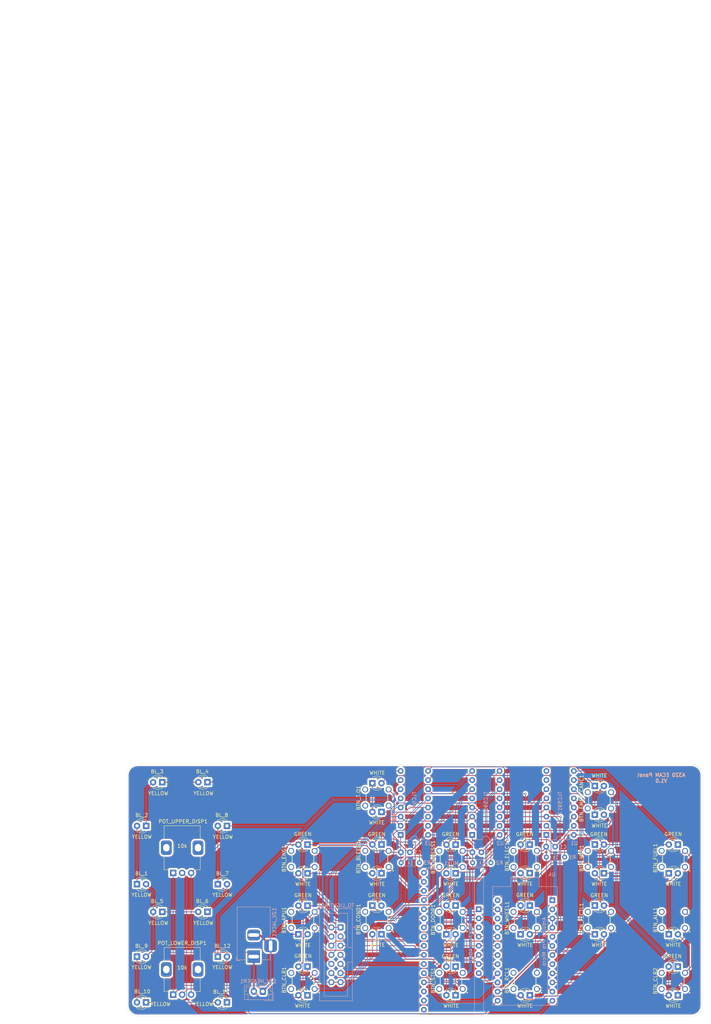
<source format=kicad_pcb>
(kicad_pcb (version 20240108) (generator "pcbnew") (generator_version "8.0")
  (title_block (title "A320 ECAM Panel") (date "2024-11-19") (rev "V1.0") (company "S.K.") (comment 1 "Connector to SWITCHING panel"))
  (layers (0 "F.Cu" jumper) (31 "B.Cu" jumper) (34 "B.Paste" user) (35 "F.Paste" user) (36 "B.SilkS" user "B.Silkscreen") (37 "F.SilkS" user "F.Silkscreen") (38 "B.Mask" user) (39 "F.Mask" user) (44 "Edge.Cuts" user))
  (net 0 "")
  (net 1 "GND")
  (net 2 "12V_IN")
  (net 3 "+5V")
  (net 4 "APU_ON")
  (net 5 "BLEED_ON")
  (net 6 "Net-(BL_1-K)")
  (net 7 "Net-(BL_2-K)")
  (net 8 "Net-(BL_3-K)")
  (net 9 "Net-(BL_11-K)")
  (net 10 "BACKLIGHT_6")
  (net 11 "BACKLIGHT_7")
  (net 12 "BACKLIGHT_8")
  (net 13 "BACKLIGHT_3")
  (net 14 "Net-(BL_ALL1-A)")
  (net 15 "Net-(BL_APU1-A)")
  (net 16 "Net-(BL_APU1-K)")
  (net 17 "BACKLIGHT_4")
  (net 18 "Net-(BL_DOOR1-K)")
  (net 19 "Net-(BL_ELEC1-A)")
  (net 20 "BACKLIGHT_1")
  (net 21 "Net-(BL_EMER_CANC1-K)")
  (net 22 "BACKLIGHT_5")
  (net 23 "Net-(BL_F_CTL1-A)")
  (net 24 "Net-(BL_T.O1-K)")
  (net 25 "BTN_ALL")
  (net 28 "BTN_APU")
  (net 33 "BTN_BLEED")
  (net 35 "BTN_CLR1")
  (net 38 "BTN_CLR2")
  (net 40 "BTN_COND")
  (net 44 "BTN_DOOR")
  (net 48 "BTN_ELEC")
  (net 50 "BTN_EMER_CANC")
  (net 53 "BTN_ENG")
  (net 55 "BTN_FUEL")
  (net 60 "BTN_F_CTL")
  (net 63 "BTN_HYD")
  (net 64 "MUX_S0")
  (net 65 "BTN_PRESS")
  (net 66 "MUX_S1")
  (net 69 "BTN_RCL")
  (net 70 "MUX_S2")
  (net 71 "MUX_S3")
  (net 72 "BTN_STS")
  (net 74 "BTN_T.O")
  (net 78 "BTN_WHEEL")
  (net 79 "CLR2_ON")
  (net 80 "COND_ON")
  (net 81 "DOOR_ON")
  (net 82 "ELEC_ON")
  (net 83 "ENG_ON")
  (net 84 "FUEL_ON")
  (net 85 "F_CTL_ON")
  (net 86 "HYD_ON")
  (net 89 "MUX2_DATA_EXT")
  (net 91 "POT_LOWER_DISP")
  (net 93 "POT_UPPER_DISP")
  (net 94 "PRESS_ON")
  (net 95 "Net-(U1-R-EXT)")
  (net 96 "Net-(U2-R-EXT)")
  (net 97 "Net-(U3-R-EXT)")
  (net 98 "STS_ON")
  (net 100 "OSH_LATCH")
  (net 101 "MUX1_DATA")
  (net 102 "OSH_DOUT_TO_ECAM")
  (net 103 "OUT_BRT_BACK")
  (net 104 "OSH_CLOCK")
  (net 105 "OSH_DOUT1")
  (net 106 "OSH_DIN")
  (net 107 "OUT_BRT_LED")
  (net 110 "OSH_DOUT2")
  (net 111 "WHEEL_ON")
  (net 112 "Net-(BL_5-K)")
  (net 113 "Net-(BL_6-K)")
  (net 114 "Net-(BL_7-K)")
  (net 115 "Net-(BL_10-A)")
  (net 116 "Net-(BL_10-K)")
  (net 119 "Net-(BL_BLEED1-A)")
  (net 120 "Net-(BL_ALL1-K)")
  (net 121 "Net-(BL_COND1-K)")
  (net 122 "Net-(BL_DOOR1-A)")
  (net 123 "Net-(BL_FUEL1-K)")
  (net 124 "Net-(BL_F_CTL1-K)")
  (net 125 "BACKLIGHT_2")
  (net 126 "Net-(BL_EMER_CANC2-K)")
  (net 127 "CLR1_ON")
  (footprint "LED_THT:LED_D3.0mm" (layer "F.Cu") (at 195.62 84.77)
    (property "Reference" "F_CTL1" (hide yes))
    (property "Value" "GREEN")
  )
  (footprint "My:B3F1000" (layer "F.Cu") (at 135.0226 71.81)
    (property "Reference" "BTN_BLEED1")
    (property "Value" "B3F-1055" (hide yes))
  )
  (footprint "LED_THT:LED_D3.0mm" (layer "F.Cu") (at 195.615 51.52)
    (property "Reference" "BL_EMER_CANC2" (hide yes))
    (property "Value" "WHITE")
  )
  (footprint "LED_THT:LED_D3.0mm" (layer "F.Cu") (at 195.625 67.8)
    (property "Reference" "HYD1" (hide yes))
    (property "Value" "GREEN")
  )
  (footprint "LED_THT:LED_D3.0mm" (layer "F.Cu") (at 154.345 92.77)
    (property "Reference" "BL_DOOR1" (hide yes))
    (property "Value" "WHITE")
  )
  (footprint "My:B3F1000" (layer "F.Cu") (at 217.4626 71.81)
    (property "Reference" "BTN_FUEL1")
    (property "Value" "B3F-1055" (hide yes))
  )
  (footprint "LED_THT:LED_D3.0mm" (layer "F.Cu") (at 136.305 58.74 180)
    (property "Reference" "BL_T.O2" (hide yes))
    (property "Value" "WHITE")
  )
  (footprint "Potentiometer_THT:Potentiometer_Alps_RK09K_Single_Vertical" (layer "F.Cu") (at 78.36 109.54 90)
    (property "Reference" "POT_LOWER_DISP1")
    (property "Value" "10k")
  )
  (footprint "LED_THT:LED_D3.0mm" (layer "F.Cu") (at 113.18 92.76)
    (property "Reference" "BL_APU1" (hide yes))
    (property "Value" "WHITE")
  )
  (footprint "LED_THT:LED_D3.0mm" (layer "F.Cu") (at 68.27 98.97)
    (property "Reference" "BL_9")
    (property "Value" "YELLOW")
  )
  (footprint "LED_THT:LED_D3.0mm" (layer "F.Cu") (at 156.89 101.73 180)
    (property "Reference" "STS1" (hide yes))
    (property "Value" "GREEN")
  )
  (footprint "LED_THT:LED_D3.0mm" (layer "F.Cu") (at 216.195 92.77)
    (property "Reference" "BL_ALL1" (hide yes))
    (property "Value" "WHITE")
  )
  (footprint "My:B3F1000" (layer "F.Cu") (at 155.6226 88.77)
    (property "Reference" "BTN_DOOR1")
    (property "Value" "B3F-1055" (hide yes))
  )
  (footprint "My:B3F1000" (layer "F.Cu") (at 176.2626 88.77)
    (property "Reference" "BTN_WHEEL1")
    (property "Value" "B3F-1055" (hide yes))
  )
  (footprint "LED_THT:LED_D3.0mm" (layer "F.Cu") (at 156.895 84.77 180)
    (property "Reference" "DOOR1" (hide yes))
    (property "Value" "GREEN")
  )
  (footprint "LED_THT:LED_D3.0mm" (layer "F.Cu") (at 70.82 111.7 180)
    (property "Reference" "BL_10")
    (property "Value" "YELLOW")
  )
  (footprint "LED_THT:LED_D3.0mm" (layer "F.Cu") (at 195.625 92.77)
    (property "Reference" "BL_F_CTL1" (hide yes))
    (property "Value" "WHITE")
  )
  (footprint "LED_THT:LED_D3.0mm" (layer "F.Cu") (at 115.725 75.81 180)
    (property "Reference" "BL_ENG1" (hide yes))
    (property "Value" "WHITE")
  )
  (footprint "LED_THT:LED_D3.0mm" (layer "F.Cu") (at 136.3 75.8 180)
    (property "Reference" "BL_BLEED1" (hide yes))
    (property "Value" "WHITE")
  )
  (footprint "LED_THT:LED_D3.0mm" (layer "F.Cu") (at 87.88 86.53 180)
    (property "Reference" "BL_6")
    (property "Value" "YELLOW")
  )
  (footprint "LED_THT:LED_D3.0mm" (layer "F.Cu") (at 156.9 67.83 180)
    (property "Reference" "PRESS1" (hide yes))
    (property "Value" "GREEN")
  )
  (footprint "My:B3F1000" (layer "F.Cu") (at 196.9 55.52)
    (property "Reference" "BTN_EMER_CANC1")
    (property "Value" "B3F-1055" (hide yes))
  )
  (footprint "LED_THT:LED_D3.0mm" (layer "F.Cu") (at 93.315 62.61 180)
    (property "Reference" "BL_8")
    (property "Value" "YELLOW")
  )
  (footprint "My:B3F1000" (layer "F.Cu") (at 217.4626 88.77)
    (property "Reference" "BTN_ALL1")
    (property "Value" "B3F-1055" (hide yes))
  )
  (footprint "LED_THT:LED_D3.0mm" (layer "F.Cu") (at 156.89 109.71 180)
    (property "Reference" "BL_STS1" (hide yes))
    (property "Value" "WHITE")
  )
  (footprint "LED_THT:LED_D3.0mm" (layer "F.Cu") (at 177.535 84.79 180)
    (property "Reference" "WHEEL1" (hide yes))
    (property "Value" "GREEN")
  )
  (footprint "LED_THT:LED_D3.0mm" (layer "F.Cu") (at 133.74 84.78)
    (property "Reference" "COND1" (hide yes))
    (property "Value" "GREEN")
  )
  (footprint "LED_THT:LED_D3.0mm" (layer "F.Cu") (at 90.77 78.83)
    (property "Reference" "BL_7")
    (property "Value" "YELLOW")
  )
  (footprint "LED_THT:LED_D3.0mm" (layer "F.Cu") (at 136.3 67.8 180)
    (property "Reference" "BLEED1" (hide yes))
    (property "Value" "GREEN")
  )
  (footprint "LED_THT:LED_D3.0mm" (layer "F.Cu") (at 174.985 92.77)
    (property "Reference" "BL_WHEEL1" (hide yes))
    (property "Value" "WHITE")
  )
  (footprint "LED_THT:LED_D3.0mm" (layer "F.Cu") (at 93.325 111.7 180)
    (property "Reference" "BL_11")
    (property "Value" "YELLOW")
  )
  (footprint "My:B3F1000" (layer "F.Cu") (at 155.6226 105.73)
    (property "Reference" "BTN_STS1")
    (property "Value" "B3F-1055" (hide yes))
  )
  (footprint "LED_THT:LED_D3.0mm" (layer "F.Cu") (at 115.73 109.73 180)
    (property "Reference" "BL_CLR1" (hide yes))
    (property "Value" "WHITE")
  )
  (footprint "My:B3F1000" (layer "F.Cu") (at 114.45 71.81)
    (property "Reference" "BTN_ENG1")
    (property "Value" "B3F-1055" (hide yes))
  )
  (footprint "My:B3F1000" (layer "F.Cu") (at 196.9 88.77)
    (property "Reference" "BTN_F_CTL1")
    (property "Value" "B3F-1055" (hide yes))
  )
  (footprint "LED_THT:LED_D3.0mm" (layer "F.Cu") (at 177.54 109.71 180)
    (property "Reference" "BL_RCL1" (hide yes))
    (property "Value" "WHITE")
  )
  (footprint "My:B3F1000" (layer "F.Cu") (at 217.4626 105.73)
    (property "Reference" "BTN_CLR2")
    (property "Value" "B3F-1055" (hide yes))
  )
  (footprint "LED_THT:LED_D3.0mm" (layer "F.Cu") (at 90.775 98.97)
    (property "Reference" "BL_12")
    (property "Value" "YELLOW")
  )
  (footprint "LED_THT:LED_D3.0mm" (layer "F.Cu") (at 218.735 67.81 180)
    (property "Reference" "FUEL1" (hide yes))
    (property "Value" "GREEN")
  )
  (footprint "My:B3F1000" (layer "F.Cu") (at 135.0226 54.7421)
    (property "Reference" "BTN_T.O1")
    (property "Value" "B3F-1055" (hide yes))
  )
  (footprint "LED_THT:LED_D3.0mm" (layer "F.Cu") (at 156.9 75.8 180)
    (property "Reference" "BL_PRESS1" (hide yes))
    (property "Value" "WHITE")
  )
  (footprint "My:B3F1000" (layer "F.Cu") (at 155.6226 71.81)
    (property "Reference" "BTN_PRESS1")
    (property "Value" "B3F-1055" (hide yes))
  )
  (footprint "LED_THT:LED_D3.0mm" (layer "F.Cu") (at 198.175 75.79 180)
    (property "Reference" "BL_HYD1" (hide yes))
    (property "Value" "WHITE")
  )
  (footprint "LED_THT:LED_D3.0mm" (layer "F.Cu") (at 216.185 75.8)
    (property "Reference" "BL_FUEL1" (hide yes))
    (property "Value" "WHITE")
  )
  (footprint "My:B3F1000" (layer "F.Cu") (at 176.2626 105.73)
    (property "Reference" "BTN_RCL1")
    (property "Value" "B3F-1055" (hide yes))
  )
  (footprint "LED_THT:LED_D3.0mm" (layer "F.Cu") (at 177.53 67.81 180)
    (property "Reference" "ELEC1" (hide yes))
    (property "Value" "GREEN")
  )
  (footprint "LED_THT:LED_D3.0mm" (layer "F.Cu") (at 195.615 59.51)
    (property "Reference" "BL_EMER_CANC1" (hide yes))
    (property "Value" "WHITE")
  )
  (footprint "LED_THT:LED_D3.0mm" (layer "F.Cu") (at 218.72 109.72 180)
    (property "Reference" "BL_CLR2" (hide yes))
    (property "Value" "WHITE")
  )
  (footprint "LED_THT:LED_D3.0mm" (layer "F.Cu") (at 115.73 84.8 180)
    (property "Reference" "APU1" (hide yes))
    (property "Value" "GREEN")
  )
  (footprint "LED_THT:LED_D3.0mm" (layer "F.Cu") (at 115.725 67.81 180)
    (property "Reference" "ENG1" (hide yes))
    (property "Value" "GREEN")
  )
  (footprint "My:B3F1000" (layer "F.Cu") (at 196.9 71.81)
    (property "Reference" "BTN_HYD1")
    (property "Value" "B3F-1055" (hide yes))
  )
  (footprint "LED_THT:LED_D3.0mm" (layer "F.Cu") (at 136.29 92.76 180)
    (property "Reference" "BL_COND1" (hide yes))
    (property "Value" "WHITE")
  )
  (footprint "LED_THT:LED_D3.0mm" (layer "F.Cu") (at 75.33 86.53 180)
    (property "Reference" "BL_5")
    (property "Value" "YELLOW")
  )
  (footprint "LED_THT:LED_D3.0mm" (layer "F.Cu") (at 177.53 75.77 180)
    (property "Reference" "BL_ELEC1" (hide yes))
    (property "Value" "WHITE")
  )
  (footprint "LED_THT:LED_D3.0mm" (layer "F.Cu") (at 87.9 50.47 180)
    (property "Reference" "BL_4")
    (property "Value" "YELLOW")
  )
  (footprint "LED_THT:LED_D3.0mm" (layer "F.Cu") (at 218.72 101.74 180)
    (property "Reference" "CLR2" (hide yes))
    (property "Value" "GREEN")
  )
  (footprint "My:B3F1000" (layer "F.Cu") (at 114.45 88.77)
    (property "Reference" "BTN_APU1")
    (property "Value" "B3F-1055" (hide yes))
  )
  (footprint "My:B3F1000" (layer "F.Cu") (at 114.45 105.73)
    (property "Reference" "BTN_CLR1")
    (property "Value" "B3F-1055" (hide yes))
  )
  (footprint "LED_THT:LED_D3.0mm" (layer "F.Cu") (at 68.275 78.82)
    (property "Reference" "BL_1")
    (property "Value" "YELLOW")
  )
  (footprint "LED_THT:LED_D3.0mm" (layer "F.Cu") (at 70.85 62.62 180)
    (property "Reference" "BL_2")
    (property "Value" "YELLOW")
  )
  (footprint "LED_THT:LED_D3.0mm" (layer "F.Cu") (at 115.73 101.72 180)
    (property "Reference" "CLR1" (hide yes))
    (property "Value" "GREEN")
  )
  (footprint "LED_THT:LED_D3.0mm" (layer "F.Cu") (at 75.32 50.49 180)
    (property "Reference" "BL_3")
    (property "Value" "YELLOW")
  )
  (footprint "Potentiometer_THT:Potentiometer_Alps_RK09K_Single_Vertical" (layer "F.Cu") (at 78.36 75.7 90)
    (property "Reference" "POT_UPPER_DISP1")
    (property "Value" "10k")
  )
  (footprint "My:B3F1000" (layer "F.Cu") (at 135.0226 88.77)
    (property "Reference" "BTN_COND1")
    (property "Value" "B3F-1055" (hide yes))
  )
  (footprint "LED_THT:LED_D3.0mm" (layer "F.Cu") (at 133.755 50.74)
    (property "Reference" "BL_T.O1" (hide yes))
    (property "Value" "WHITE")
  )
  (footprint "My:B3F1000" (layer "F.Cu") (at 176.2626 71.81)
    (property "Reference" "BTN_ELEC1")
    (property "Value" "B3F-1055" (hide yes))
  )
  (footprint "Resistor_THT:R_Axial_DIN0204_L3.6mm_D1.6mm_P5.08mm_Horizontal" (layer "B.Cu") (at 146.85 72.865 180)
    (property "Reference" "R3")
    (property "Value" "1k")
  )
  (footprint "Capacitor_THT:C_Disc_D3.0mm_W1.6mm_P2.50mm" (layer "B.Cu") (at 144.2 69.965 180)
    (property "Reference" "C3")
    (property "Value" "0.1uF Ceramic" (hide yes))
  )
  (footprint "Arduino:Sparkfun_Pro_Micro" (layer "B.Cu") (at 168.58 111.25)
    (property "Reference" "U4")
    (property "Value" "Arduino Pro Micro")
  )
  (footprint "My:MUX74HC4067" (layer "B.Cu") (at 155.1766 94.8678)
    (property "Reference" "MUX1")
    (property "Value" "MUX74HC4067")
  )
  (footprint "Package_DIP:DIP-16_W7.62mm" (layer "B.Cu") (at 161.52 65.135)
    (property "Reference" "U2")
    (property "Value" "TLC5917")
  )
  (footprint "Connector_IDC:IDC-Header_2x07_P2.54mm_Vertical" (layer "B.Cu") (at 124.9 90.84 180)
    (property "Reference" "TO_LIGHTING1")
    (property "Value" "Pin Header 2x07" (hide yes))
  )
  (footprint "Package_DIP:DIP-16_W7.62mm" (layer "B.Cu") (at 141.63 65.135)
    (property "Reference" "U3")
    (property "Value" "TLC5917")
  )
  (footprint "Capacitor_THT:C_Disc_D3.0mm_W1.6mm_P2.50mm" (layer "B.Cu") (at 184.59 68.395 180)
    (property "Reference" "C1")
    (property "Value" "0.1uF Ceramic" (hide yes))
  )
  (footprint "Connector_JST:JST_EH_B2B-EH-A_1x02_P2.50mm_Vertical" (layer "B.Cu") (at 103.29 108.63 180)
    (property "Reference" "12V_HEADER1")
    (property "Value" "Pin Header 1x02" (hide yes))
  )
  (footprint "Connector_BarrelJack:BarrelJack_Horizontal" (layer "B.Cu") (at 100.76 98.97 -90)
    (property "Reference" "12V_JACK1")
    (property "Value" "Power Jack" (hide yes))
  )
  (footprint "Resistor_THT:R_Axial_DIN0204_L3.6mm_D1.6mm_P5.08mm_Horizontal" (layer "B.Cu") (at 187.23 71.295 180)
    (property "Reference" "R1")
    (property "Value" "1k")
  )
  (footprint "Capacitor_THT:C_Disc_D3.0mm_W1.6mm_P2.50mm" (layer "B.Cu") (at 164.08 69.965 180)
    (property "Reference" "C2")
    (property "Value" "0.1uF Ceramic" (hide yes))
  )
  (footprint "Package_DIP:DIP-16_W7.62mm" (layer "B.Cu") (at 182.16 65.135)
    (property "Reference" "U1")
    (property "Value" "TLC5917")
  )
  (footprint "Resistor_THT:R_Axial_DIN0204_L3.6mm_D1.6mm_P5.08mm_Horizontal" (layer "B.Cu") (at 166.73 72.865 180)
    (property "Reference" "R2")
    (property "Value" "1k")
  )
  (gr_line (start 222.49 115.53) (end 68.49 115.53) (stroke (width 0.05)) (layer "Edge.Cuts"))
  (gr_arc (start 65.49 48.53) (mid 66.36868 46.40868) (end 68.49 45.53) (stroke (width 0.05)) (layer "Edge.Cuts"))
  (gr_arc (start 68.49 115.53) (mid 66.36868 114.65132) (end 65.49 112.53) (stroke (width 0.05)) (layer "Edge.Cuts"))
  (gr_arc (start 225.49 112.53) (mid 224.61132 114.65132) (end 222.49 115.53) (stroke (width 0.05)) (layer "Edge.Cuts"))
  (gr_line (start 65.49 112.53) (end 65.49 48.53) (stroke (width 0.05)) (layer "Edge.Cuts"))
  (gr_line (start 68.49 45.53) (end 222.49 45.53) (stroke (width 0.05)) (layer "Edge.Cuts"))
  (gr_arc (start 222.49 45.53) (mid 224.61132 46.40868) (end 225.49 48.53) (stroke (width 0.05)) (layer "Edge.Cuts"))
  (gr_line (start 225.49 48.53) (end 225.49 112.53) (stroke (width 0.05)) (layer "Edge.Cuts"))
  (gr_text "${TITLE}\n${REVISION}" (at 214.12 50.67 0) (layer "B.SilkS") (effects (font (size 1 1) (thickness 0.25)) (justify bottom mirror)))
  (segment (start 222.53 88.3374) (end 220.7126 86.52) (width 0.2) (layer "F.Cu") (net 1))
  (segment (start 198.28 88.39) (end 183.82 88.39) (width 0.2) (layer "F.Cu") (net 1))
  (segment (start 119.16 68.1) (end 132.0744 68.1) (width 0.2) (layer "F.Cu") (net 1))
  (segment (start 162.61 86.52) (end 163.33 85.8) (width 0.2) (layer "F.Cu") (net 1))
  (segment (start 158.8726 69.56) (end 161.175 69.56) (width 0.2) (layer "F.Cu") (net 1))
  (segment (start 139.85 54.0695) (end 138.2726 52.4921) (width 0.2) (layer "F.Cu") (net 1))
  (segment (start 179.5126 69.56) (end 181.17 69.56) (width 0.2) (layer "F.Cu") (net 1))
  (segment (start 103.29 108.63) (end 106.9598 104.9602) (width 0.2) (layer "F.Cu") (net 1))
  (segment (start 117.7 69.56) (end 119.16 68.1) (width 0.2) (layer "F.Cu") (net 1))
  (segment (start 183.3762 69.9262) (end 191.7189 69.9262) (width 0.2) (layer "F.Cu") (net 1))
  (segment (start 132.0744 68.1) (end 133.5344 69.56) (width 0.2) (layer "F.Cu") (net 1))
  (segment (start 177.9526 88.08) (end 179.5126 86.52) (width 0.2) (layer "F.Cu") (net 1))
  (segment (start 141.63 65.135) (end 139.85 63.355) (width 0.2) (layer "F.Cu") (net 1))
  (segment (start 182.09 68.64) (end 183.3762 69.9262) (width 0.2) (layer "F.Cu") (net 1))
  (segment (start 101.61 106.95) (end 80.95 106.95) (width 0.2) (layer "F.Cu") (net 1))
  (segment (start 106.9598 104.9602) (end 116.2198 104.9602) (width 0.2) (layer "F.Cu") (net 1))
  (segment (start 192.7027 70.91) (end 198.8 70.91) (width 0.2) (layer "F.Cu") (net 1))
  (segment (start 167.4283 85.8) (end 167.4783 85.85) (width 0.2) (layer "F.Cu") (net 1))
  (segment (start 141.7 69.965) (end 138.6776 69.965) (width 0.2) (layer "F.Cu") (net 1))
  (segment (start 103.29 108.63) (end 101.61 106.95) (width 0.2) (layer "F.Cu") (net 1))
  (segment (start 168.58 85.85) (end 170.81 88.08) (width 0.2) (layer "F.Cu") (net 1))
  (segment (start 116.2198 104.9602) (end 117.7 103.48) (width 0.2) (layer "F.Cu") (net 1))
  (segment (start 219.4226 70.85) (end 220.7126 69.56) (width 0.2) (layer "F.Cu") (net 1))
  (segment (start 139.85 63.355) (end 139.85 54.0695) (width 0.2) (layer "F.Cu") (net 1))
  (segment (start 143.395 71.24) (end 157.1926 71.24) (width 0.2) (layer "F.Cu") (net 1))
  (segment (start 157.1926 71.24) (end 158.8726 69.56) (width 0.2) (layer "F.Cu") (net 1))
  (segment (start 181.3826 88.39) (end 179.5126 86.52) (width 0.2) (layer "F.Cu") (net 1))
  (segment (start 200.15 86.52) (end 198.28 88.39) (width 0.2) (layer "F.Cu") (net 1))
  (segment (start 200.15 69.56) (end 201.44 70.85) (width 0.2) (layer "F.Cu") (net 1))
  (segment (start 102.46 92.97) (end 105.46 95.97) (width 0.5) (layer "F.Cu") (net 1))
  (segment (start 158.8726 86.52) (end 162.61 86.52) (width 0.2) (layer "F.Cu") (net 1))
  (segment (start 122.36 90.84) (end 124.9 90.84) (width 0.2) (layer "F.Cu") (net 1))
  (segment (start 141.77 72.865) (end 143.395 71.24) (width 0.2) (layer "F.Cu") (net 1))
  (segment (start 133.5344 69.56) (end 138.2726 69.56) (width 0.2) (layer "F.Cu") (net 1))
  (segment (start 163.33 85.8) (end 167.4283 85.8) (width 0.2) (layer "F.Cu") (net 1))
  (segment (start 222.53 101.6626) (end 222.53 88.3374) (width 0.2) (layer "F.Cu") (net 1))
  (segment (start 183.82 88.39) (end 181.3826 88.39) (width 0.2) (layer "F.Cu") (net 1))
  (segment (start 201.44 70.85) (end 219.4226 70.85) (width 0.2) (layer "F.Cu") (net 1))
  (segment (start 181.17 69.56) (end 182.09 68.64) (width 0.2) (layer "F.Cu") (net 1))
  (segment (start 170.81 88.08) (end 177.9526 88.08) (width 0.2) (layer "F.Cu") (net 1))
  (segment (start 198.8 70.91) (end 200.15 69.56) (width 0.2) (layer "F.Cu") (net 1))
  (segment (start 117.7 86.52) (end 122.02 90.84) (width 0.2) (layer "F.Cu") (net 1))
  (segment (start 100.76 92.97) (end 102.46 92.97) (width 0.2) (layer "F.Cu") (net 1))
  (segment (start 80.95 106.95) (end 78.36 109.54) (width 0.2) (layer "F.Cu") (net 1))
  (segment (start 168.0292 85.85) (end 167.4783 85.85) (width 0.2) (layer "F.Cu") (net 1))
  (segment (start 220.7126 103.48) (end 222.53 101.6626) (width 0.2) (layer "F.Cu") (net 1))
  (segment (start 191.7189 69.9262) (end 192.7027 70.91) (width 0.2) (layer "F.Cu") (net 1))
  (segment (start 105.46 95.97) (end 105.46 106.46) (width 0.5) (layer "B.Cu") (net 1))
  (segment (start 182.15 71.54) (end 182.15 81.72) (width 0.2) (layer "B.Cu") (net 1))
  (segment (start 179.5126 103.48) (end 179.5126 95.2374) (width 0.2) (layer "B.Cu") (net 1))
  (segment (start 161.65 72.865) (end 161.65 83.7426) (width 0.2) (layer "B.Cu") (net 1))
  (segment (start 183.82 90.93) (end 183.82 88.39) (width 0.2) (layer "B.Cu") (net 1))
  (segment (start 109.874314 89.39) (end 114.83 89.39) (width 0.2) (layer "B.Cu") (net 1))
  (segment (start 182.16 65.135) (end 182.16 68.325) (width 0.2) (layer "B.Cu") (net 1))
  (segment (start 182.15 81.72) (end 182.15 83.8826) (width 0.2) (layer "B.Cu") (net 1))
  (segment (start 141.63 69.73) (end 141.63 65.135) (width 0.2) (layer "B.Cu") (net 1))
  (segment (start 117.7 69.56) (end 119.07 70.93) (width 0.2) (layer "B.Cu") (net 1))
  (segment (start 141.77 83.0226) (end 141.77 72.865) (width 0.2) (layer "B.Cu") (net 1))
  (segment (start 161.52 65.135) (end 161.52 69.905) (width 0.2) (layer "B.Cu") (net 1))
  (segment (start 119.07 70.93) (end 119.07 85.15) (width 0.2) (layer "B.Cu") (net 1))
  (segment (start 201.47 54.59) (end 201.47 68.24) (width 0.2) (layer "B.Cu") (net 1))
  (segment (start 182.15 83.8826) (end 182.15 71.54) (width 0.2) (layer "B.Cu") (net 1))
  (segment (start 222.06 85.1726) (end 220.7126 86.52) (width 0.2) (layer "B.Cu") (net 1))
  (segment (start 105.46 93.804314) (end 109.874314 89.39) (width 0.2) (layer "B.Cu") (net 1))
  (segment (start 141.7 69.965) (end 141.7 72.795) (width 0.2) (layer "B.Cu") (net 1))
  (segment (start 220.7126 69.56) (end 222.06 70.9074) (width 0.2) (layer "B.Cu") (net 1))
  (segment (start 179.5126 95.2374) (end 183.82 90.93) (width 0.2) (layer "B.Cu") (net 1))
  (segment (start 105.46 106.46) (end 103.29 108.63) (width 0.5) (layer "B.Cu") (net 1))
  (segment (start 200.15 53.27) (end 201.47 54.59) (width 0.2) (layer "B.Cu") (net 1))
  (segment (start 114.83 89.39) (end 117.7 86.52) (width 0.2) (layer "B.Cu") (net 1))
  (segment (start 161.65 83.7426) (end 158.8726 86.52) (width 0.2) (layer "B.Cu") (net 1))
  (segment (start 138.2726 86.52) (end 141.77 83.0226) (width 0.2) (layer "B.Cu") (net 1))
  (segment (start 119.07 85.15) (end 117.7 86.52) (width 0.2) (layer "B.Cu") (net 1))
  (segment (start 105.46 95.97) (end 105.46 93.804314) (width 0.2) (layer "B.Cu") (net 1))
  (segment (start 161.65 70.035) (end 161.65 72.865) (width 0.2) (layer "B.Cu") (net 1))
  (segment (start 160.0038 87.6512) (end 158.8726 86.52) (width 0.2) (layer "B.Cu") (net 1))
  (segment (start 201.47 68.24) (end 200.15 69.56) (width 0.2) (layer "B.Cu") (net 1))
  (segment (start 78.36 75.7) (end 78.36 109.54) (width 0.2) (layer "B.Cu") (net 1))
  (segment (start 158.8726 103.48) (end 160.0038 102.3488) (width 0.2) (layer "B.Cu") (net 1))
  (segment (start 179.5126 86.52) (end 182.15 83.8826) (width 0.2) (layer "B.Cu") (net 1))
  (segment (start 160.0038 102.3488) (end 160.0038 87.6512) (width 0.2) (layer "B.Cu") (net 1))
  (segment (start 182.15 71.295) (end 182.15 68.455) (width 0.2) (layer "B.Cu") (net 1))
  (segment (start 182.15 71.54) (end 182.15 68.7) (width 0.2) (layer "B.Cu") (net 1))
  (segment (start 222.06 70.9074) (end 222.06 85.1726) (width 0.2) (layer "B.Cu") (net 1))
  (segment (start 180.9685 110.926) (end 176.216 110.926) (width 0.2) (layer "F.Cu") (net 2))
  (segment (start 165.3658 112.4042) (end 167.81 109.96) (width 0.2) (layer "F.Cu") (net 2))
  (segment (start 176.216 110.926) (end 175 109.71) (width 0.2) (layer "F.Cu") (net 2))
  (segment (start 70.81 98.97) (end 72.01 97.77) (width 0.2) (layer "F.Cu") (net 2))
  (segment (start 113.19 109.73) (end 112.59 110.33) (width 0.2) (layer "F.Cu") (net 2))
  (segment (start 181.9845 109.91) (end 215.99 109.91) (width 0.2) (layer "F.Cu") (net 2))
  (segment (start 180.9685 110.926) (end 181.9845 109.91) (width 0.2) (layer "F.Cu") (net 2))
  (segment (start 113.19 109.73) (end 116.84 106.08) (width 0.2) (layer "F.Cu") (net 2))
  (segment (start 102.49 110.33) (end 100.79 108.63) (width 0.2) (layer "F.Cu") (net 2))
  (segment (start 115.8642 112.4042) (end 165.3658 112.4042) (width 0.2) (layer "F.Cu") (net 2))
  (segment (start 116.84 106.08) (end 122.36 106.08) (width 0.2) (layer "F.Cu") (net 2))
  (segment (start 167.81 109.96) (end 174.75 109.96) (width 0.2) (layer "F.Cu") (net 2))
  (segment (start 72.01 97.77) (end 99.56 97.77) (width 0.2) (layer "F.Cu") (net 2))
  (segment (start 113.19 109.73) (end 115.8642 112.4042) (width 0.2) (layer "F.Cu") (net 2))
  (segment (start 122.36 106.08) (end 124.9 106.08) (width 0.2) (layer "F.Cu") (net 2))
  (segment (start 112.59 110.33) (end 102.49 110.33) (width 0.2) (layer "F.Cu") (net 2))
  (segment (start 72.79 80.795) (end 70.815 78.82) (width 0.2) (layer "B.Cu") (net 2))
  (segment (start 216.18 109.72) (end 216.18 103.74) (width 0.2) (layer "B.Cu") (net 2))
  (segment (start 72.79 86.53) (end 72.79 80.795) (width 0.2) (layer "B.Cu") (net 2))
  (segment (start 199.8 61.155) (end 199.8 68.18) (width 0.2) (layer "B.Cu") (net 2))
  (segment (start 126.454314 106.08) (end 133.75 98.784314) (width 0.2) (layer "B.Cu") (net 2))
  (segment (start 133.75 98.784314) (end 133.75 92.76) (width 0.2) (layer "B.Cu") (net 2))
  (segment (start 198.65 70.66) (end 201.47 73.48) (width 0.2) (layer "B.Cu") (net 2))
  (segment (start 198.65 69.33) (end 198.65 70.66) (width 0.2) (layer "B.Cu") (net 2))
  (segment (start 198.155 59.51) (end 199.8 61.155) (width 0.2) (layer "B.Cu") (net 2))
  (segment (start 199.8 68.18) (end 198.65 69.33) (width 0.2) (layer "B.Cu") (net 2))
  (segment (start 216.18 103.74) (end 217.4248 102.4952) (width 0.2) (layer "B.Cu") (net 2))
  (segment (start 70.81 98.97) (end 72.79 96.99) (width 0.2) (layer "B.Cu") (net 2))
  (segment (start 72.79 96.99) (end 72.79 86.53) (width 0.2) (layer "B.Cu") (net 2))
  (segment (start 217.4248 102.4952) (end 217.4248 101.010486) (width 0.2) (layer "B.Cu") (net 2))
  (segment (start 124.9 106.08) (end 126.454314 106.08) (width 0.2) (layer "B.Cu") (net 2))
  (segment (start 201.47 73.48) (end 201.47 85.055686) (width 0.2) (layer "B.Cu") (net 2))
  (segment (start 100.79 108.63) (end 100.79 99) (width 0.5) (layer "B.Cu") (net 2))
  (segment (start 217.4248 101.010486) (end 201.47 85.055686) (width 0.2) (layer "B.Cu") (net 2))
  (segment (start 189.78 65.135) (end 187.85 65.135) (width 0.2) (layer "F.Cu") (net 3))
  (segment (start 139.989314 66.26) (end 143.694314 69.965) (width 0.2) (layer "F.Cu") (net 3))
  (segment (start 164.08 69.965) (end 168.91 65.135) (width 0.2) (layer "F.Cu") (net 3))
  (segment (start 160.565 66.45) (end 164.08 69.965) (width 0.2) (layer "F.Cu") (net 3))
  (segment (start 114.665 66.33) (end 132.29 66.33) (width 0.2) (layer "F.Cu") (net 3))
  (segment (start 113.19 84.8) (end 121.77 93.38) (width 0.2) (layer "F.Cu") (net 3))
  (segment (start 133.76 67.8) (end 135.3 66.26) (width 0.2) (layer "F.Cu") (net 3))
  (segment (start 114.52 86.13) (end 113.19 84.8) (width 0.2) (layer "F.Cu") (net 3))
  (segment (start 135.3 66.26) (end 139.989314 66.26) (width 0.2) (layer "F.Cu") (net 3))
  (segment (start 121.53 93.38) (end 122.36 93.38) (width 0.2) (layer "F.Cu") (net 3))
  (segment (start 163.33 88.34) (end 157.925 88.34) (width 0.2) (layer "F.Cu") (net 3))
  (segment (start 176.33 66.47) (end 182.665 66.47) (width 0.2) (layer "F.Cu") (net 3))
  (segment (start 149.25 65.135) (end 151.665 65.135) (width 0.2) (layer "F.Cu") (net 3))
  (segment (start 132.29 66.33) (end 133.76 67.8) (width 0.2) (layer "F.Cu") (net 3))
  (segment (start 187.85 65.135) (end 184.59 68.395) (width 0.2) (layer "F.Cu") (net 3))
  (segment (start 114.52 100.39) (end 114.52 86.13) (width 0.2) (layer "F.Cu") (net 3))
  (segment (start 113.185 67.81) (end 114.665 66.33) (width 0.2) (layer "F.Cu") (net 3))
  (segment (start 182.665 66.47) (end 184.59 68.395) (width 0.2) (layer "F.Cu") (net 3))
  (segment (start 216.185 67.8) (end 198.165 67.8) (width 0.2) (layer "F.Cu") (net 3))
  (segment (start 154.36 67.83) (end 155.74 66.45) (width 0.2) (layer "F.Cu") (net 3))
  (segment (start 195.5 65.135) (end 189.78 65.135) (width 0.2) (layer "F.Cu") (net 3))
  (segment (start 91.25 67.81) (end 113.185 67.81) (width 0.2) (layer "F.Cu") (net 3))
  (segment (start 155.74 66.45) (end 160.565 66.45) (width 0.2) (layer "F.Cu") (net 3))
  (segment (start 83.36 75.7) (end 91.25 67.81) (width 0.2) (layer "F.Cu") (net 3))
  (segment (start 144.2 69.965) (end 149.03 65.135) (width 0.2) (layer "F.Cu") (net 3))
  (segment (start 151.665 65.135) (end 154.36 67.83) (width 0.2) (layer "F.Cu") (net 3))
  (segment (start 113.19 101.72) (end 114.52 100.39) (width 0.2) (layer "F.Cu") (net 3))
  (segment (start 174.99 67.81) (end 176.33 66.47) (width 0.2) (layer "F.Cu") (net 3))
  (segment (start 198.165 67.8) (end 195.5 65.135) (width 0.2) (layer "F.Cu") (net 3))
  (segment (start 157.925 88.34) (end 154.355 84.77) (width 0.2) (layer "F.Cu") (net 3))
  (segment (start 174.995 84.79) (end 173.4 83.195) (width 0.2) (layer "B.Cu") (net 3))
  (segment (start 135.0301 83.5301) (end 135.0301 69.0701) (width 0.2) (layer "B.Cu") (net 3))
  (segment (start 173.4 83.195) (end 173.4 75.3857) (width 0.2) (layer "B.Cu") (net 3))
  (segment (start 135.0301 69.0701) (end 133.76 67.8) (width 0.2) (layer "B.Cu") (net 3))
  (segment (start 155.6198 86.0348) (end 154.355 84.77) (width 0.2) (layer "B.Cu") (net 3))
  (segment (start 155.5982 69.0682) (end 154.36 67.83) (width 0.2) (layer "B.Cu") (net 3))
  (segment (start 113.185 67.81) (end 114.385 69.01) (width 0.2) (layer "B.Cu") (net 3))
  (segment (start 173.4 75.3857) (end 174.99 73.7957) (width 0.2) (layer "B.Cu") (net 3))
  (segment (start 114.385 69.01) (end 114.385 83.605) (width 0.2) (layer "B.Cu") (net 3))
  (segment (start 168.58 90.93) (end 170.9 90.93) (width 0.2) (layer "B.Cu") (net 3))
  (segment (start 174.99 73.7957) (end 174.99 67.81) (width 0.2) (layer "B.Cu") (net 3))
  (segment (start 136.28 84.78) (end 135.0301 83.5301) (width 0.2) (layer "B.Cu") (net 3))
  (segment (start 155.6198 93.7684) (end 155.6198 86.0348) (width 0.2) (layer "B.Cu") (net 3))
  (segment (start 114.385 83.605) (end 113.19 84.8) (width 0.2) (layer "B.Cu") (net 3))
  (segment (start 165.99 88.34) (end 168.58 90.93) (width 0.2) (layer "B.Cu") (net 3))
  (segment (start 216.18 100.331372) (end 200.618628 84.77) (width 0.2) (layer "B.Cu") (net 3))
  (segment (start 83.36 75.7) (end 83.36 109.54) (width 0.2) (layer "B.Cu") (net 3))
  (segment (start 216.18 101.74) (end 216.18 100.331372) (width 0.2) (layer "B.Cu") (net 3))
  (segment (start 154.355 84.77) (end 155.5982 83.5268) (width 0.2) (layer "B.Cu") (net 3))
  (segment (start 200.618628 84.77) (end 198.16 84.77) (width 0.2) (layer "B.Cu") (net 3))
  (segment (start 155.5982 83.5268) (end 155.5982 69.0682) (width 0.2) (layer "B.Cu") (net 3))
  (segment (start 196.975 68.99) (end 196.975 83.585) (width 0.2) (layer "B.Cu") (net 3))
  (segment (start 170.9 90.93) (end 174.995 86.835) (width 0.2) (layer "B.Cu") (net 3))
  (segment (start 174.995 86.835) (end 174.995 84.79) (width 0.2) (layer "B.Cu") (net 3))
  (segment (start 163.33 88.34) (end 165.99 88.34) (width 0.2) (layer "B.Cu") (net 3))
  (segment (start 196.975 83.585) (end 198.16 84.77) (width 0.2) (layer "B.Cu") (net 3))
  (segment (start 154.35 101.73) (end 154.35 95.0382) (width 0.2) (layer "B.Cu") (net 3))
  (segment (start 198.165 67.8) (end 196.975 68.99) (width 0.2) (layer "B.Cu") (net 3))
  (segment (start 154.35 95.0382) (end 155.6198 93.7684) (width 0.2) (layer "B.Cu") (net 3))
  (segment (start 119.3436 84.8) (end 115.73 84.8) (width 0.2) (layer "F.Cu") (net 4))
  (segment (start 140.13 88.93) (end 123.4736 88.93) (width 0.2) (layer "F.Cu") (net 4))
  (segment (start 123.4736 88.93) (end 119.3436 84.8) (width 0.2) (layer "F.Cu") (net 4))
  (via (at 140.13 88.93) (size 0.6) (drill 0.3) (layers "F.Cu" "B.Cu") (net 4))
  (segment (start 149.31 84.54) (end 144.39 84.54) (width 0.2) (layer "B.Cu") (net 4))
  (segment (start 150.91 63.610686) (end 150.91 82.94) (width 0.2) (layer "B.Cu") (net 4))
  (segment (start 159.545686 54.975) (end 150.91 63.610686) (width 0.2) (layer "B.Cu") (net 4))
  (segment (start 161.52 54.975) (end 159.545686 54.975) (width 0.2) (layer "B.Cu") (net 4))
  (segment (start 150.91 82.94) (end 149.31 84.54) (width 0.2) (layer "B.Cu") (net 4))
  (segment (start 144.39 84.54) (end 140.08 88.85) (width 0.2) (layer "B.Cu") (net 4))
  (segment (start 155.720686 53.72) (end 148.59 53.72) (width 0.2) (layer "B.Cu") (net 5))
  (segment (start 138.359121 61.325) (end 136.3 63.384121) (width 0.2) (layer "B.Cu") (net 5))
  (segment (start 142.235 61.325) (end 138.359121 61.325) (width 0.2) (layer "B.Cu") (net 5))
  (segment (start 161.52 49.895) (end 159.545686 49.895) (width 0.2) (layer "B.Cu") (net 5))
  (segment (start 136.3 63.384121) (end 136.3 67.8) (width 0.2) (layer "B.Cu") (net 5))
  (segment (start 147.78 54.53) (end 147.78 55.78) (width 0.2) (layer "B.Cu") (net 5))
  (segment (start 159.545686 49.895) (end 155.720686 53.72) (width 0.2) (layer "B.Cu") (net 5))
  (segment (start 148.59 53.72) (end 147.78 54.53) (width 0.2) (layer "B.Cu") (net 5))
  (segment (start 147.78 55.78) (end 142.235 61.325) (width 0.2) (layer "B.Cu") (net 5))
  (segment (start 68.275 62.655) (end 68.275 78.82) (width 0.2) (layer "B.Cu") (net 6))
  (segment (start 70.85 62.62) (end 70.85 52.42) (width 0.2) (layer "B.Cu") (net 7))
  (segment (start 70.85 52.42) (end 72.78 50.49) (width 0.2) (layer "B.Cu") (net 7))
  (segment (start 76.5417 50.47) (end 76.5217 50.49) (width 0.2) (layer "F.Cu") (net 8))
  (segment (start 75.32 50.49) (end 76.5217 50.49) (width 0.2) (layer "F.Cu") (net 8))
  (segment (start 85.36 50.47) (end 76.5417 50.47) (width 0.2) (layer "F.Cu") (net 8))
  (segment (start 93.325 110.4983) (end 93.315 110.4883) (width 0.2) (layer "B.Cu") (net 9))
  (segment (start 93.315 110.4883) (end 93.315 98.97) (width 0.2) (layer "B.Cu") (net 9))
  (segment (start 93.325 111.7) (end 93.325 110.4983) (width 0.2) (layer "B.Cu") (net 9))
  (segment (start 92.2167 47.355) (end 89.1017 50.47) (width 0.2) (layer "F.Cu") (net 10))
  (segment (start 141.63 47.355) (end 92.2167 47.355) (width 0.2) (layer "F.Cu") (net 10))
  (segment (start 87.9 50.47) (end 89.1017 50.47) (width 0.2) (layer "F.Cu") (net 10))
  (segment (start 140.27 53.229314) (end 140.27 51.255) (width 0.2) (layer "B.Cu") (net 11))
  (segment (start 115.224314 62.61) (end 122.674314 55.16) (width 0.2) (layer "B.Cu") (net 11))
  (segment (start 140.27 51.255) (end 141.63 49.895) (width 0.2) (layer "B.Cu") (net 11))
  (segment (start 93.315 62.61) (end 115.224314 62.61) (width 0.2) (layer "B.Cu") (net 11))
  (segment (start 122.674314 55.16) (end 138.339314 55.16) (width 0.2) (layer "B.Cu") (net 11))
  (segment (start 138.339314 55.16) (end 140.27 53.229314) (width 0.2) (layer "B.Cu") (net 11))
  (segment (start 90.775 87.625) (end 90.775 98.97) (width 0.2) (layer "B.Cu") (net 12))
  (segment (start 122.84 55.56) (end 90.775 87.625) (width 0.2) (layer "B.Cu") (net 12))
  (segment (start 138.505 55.56) (end 122.84 55.56) (width 0.2) (layer "B.Cu") (net 12))
  (segment (start 141.63 52.435) (end 138.505 55.56) (width 0.2) (layer "B.Cu") (net 12))
  (segment (start 149.25 52.435) (end 150.485 53.67) (width 0.2) (layer "F.Cu") (net 13))
  (segment (start 150.485 53.67) (end 176.32 53.67) (width 0.2) (layer "F.Cu") (net 13))
  (via (at 176.33 53.68) (size 0.6) (drill 0.3) (layers "F.Cu" "B.Cu") (net 13))
  (segment (start 176.33 53.68) (end 176.33 74.57) (width 0.2) (layer "B.Cu") (net 13))
  (segment (start 176.33 74.57) (end 177.53 75.77) (width 0.2) (layer "B.Cu") (net 13))
  (segment (start 221.96 95.995) (end 221.96 104.71) (width 0.2) (layer "B.Cu") (net 14))
  (segment (start 218.72 107.95) (end 218.72 109.72) (width 0.2) (layer "B.Cu") (net 14))
  (segment (start 218.735 92.77) (end 221.96 95.995) (width 0.2) (layer "B.Cu") (net 14))
  (segment (start 221.96 104.71) (end 218.72 107.95) (width 0.2) (layer "B.Cu") (net 14))
  (segment (start 114.4575 108.4575) (end 114.4575 94.0225) (width 0.2) (layer "B.Cu") (net 15))
  (segment (start 115.73 109.73) (end 114.4575 108.4575) (width 0.2) (layer "B.Cu") (net 15))
  (segment (start 114.4575 94.0225) (end 115.72 92.76) (width 0.2) (layer "B.Cu") (net 15))
  (segment (start 113.185 75.81) (end 109.67 79.325) (width 0.2) (layer "F.Cu") (net 16))
  (segment (start 109.67 79.325) (end 109.67 91.34) (width 0.2) (layer "F.Cu") (net 16))
  (segment (start 111.09 92.76) (end 113.18 92.76) (width 0.2) (layer "F.Cu") (net 16))
  (segment (start 109.67 91.34) (end 111.09 92.76) (width 0.2) (layer "F.Cu") (net 16))
  (segment (start 209.5877 56.37) (end 222.13 68.9123) (width 0.2) (layer "F.Cu") (net 17))
  (segment (start 222.13 68.9123) (end 222.13 70.43) (width 0.2) (layer "F.Cu") (net 17))
  (segment (start 220.81305 71.74695) (end 213.61695 71.74695) (width 0.2) (layer "F.Cu") (net 17))
  (segment (start 209.5739 75.79) (end 213.61695 71.74695) (width 0.2) (layer "F.Cu") (net 17))
  (segment (start 190.99 53.66) (end 193.7 56.37) (width 0.2) (layer "F.Cu") (net 17))
  (segment (start 149.25 49.895) (end 150.555 48.59) (width 0.2) (layer "F.Cu") (net 17))
  (segment (start 222.13 70.43) (end 220.81305 71.74695) (width 0.2) (layer "F.Cu") (net 17))
  (segment (start 150.555 48.59) (end 183.6899 48.59) (width 0.2) (layer "F.Cu") (net 17))
  (segment (start 188.7599 53.66) (end 190.99 53.66) (width 0.2) (layer "F.Cu") (net 17))
  (segment (start 198.175 75.79) (end 209.5739 75.79) (width 0.2) (layer "F.Cu") (net 17))
  (segment (start 183.6899 48.59) (end 188.7599 53.66) (width 0.2) (layer "F.Cu") (net 17))
  (segment (start 193.7 56.37) (end 209.5877 56.37) (width 0.2) (layer "F.Cu") (net 17))
  (segment (start 154.36 75.8) (end 152.85 77.31) (width 0.2) (layer "B.Cu") (net 18))
  (segment (start 152.85 77.31) (end 152.85 85.27) (width 0.2) (layer "B.Cu") (net 18))
  (segment (start 152.85 85.27) (end 154.345 86.765) (width 0.2) (layer "B.Cu") (net 18))
  (segment (start 154.345 86.765) (end 154.345 92.77) (width 0.2) (layer "B.Cu") (net 18))
  (segment (start 174.985 92.77) (end 176.195 91.56) (width 0.2) (layer "B.Cu") (net 19))
  (segment (start 176.195 91.56) (end 176.195 76.975) (width 0.2) (layer "B.Cu") (net 19))
  (segment (start 176.195 76.975) (end 174.99 75.77) (width 0.2) (layer "B.Cu") (net 19))
  (segment (start 139.7355 70.2431) (end 139.7355 64.8245) (width 0.2) (layer "B.Cu") (net 20))
  (segment (start 143.137843 62.972157) (end 143.13 62.964314) (width 0.2) (layer "B.Cu") (net 20))
  (segment (start 142.24 63.87) (end 143.137843 62.972157) (width 0.2) (layer "B.Cu") (net 20))
  (segment (start 142.24 63.91) (end 142.24 63.87) (width 0.2) (layer "B.Cu") (net 20))
  (segment (start 140.65 63.91) (end 142.24 63.91) (width 0.2) (layer "B.Cu") (net 20))
  (segment (start 139.7355 64.8245) (end 140.65 63.91) (width 0.2) (layer "B.Cu") (net 20))
  (segment (start 136.3 75.8) (end 136.3 73.6786) (width 0.2) (layer "B.Cu") (net 20))
  (segment (start 143.13 61.095) (end 149.25 54.975) (width 0.2) (layer "B.Cu") (net 20))
  (segment (start 143.13 62.964314) (end 143.13 61.095) (width 0.2) (layer "B.Cu") (net 20))
  (segment (start 136.3 73.6786) (end 139.7355 70.2431) (width 0.2) (layer "B.Cu") (net 20))
  (segment (start 195.615 59.51) (end 195.615 54.06) (width 0.2) (layer "B.Cu") (net 21))
  (segment (start 195.615 54.06) (end 198.155 51.52) (width 0.2) (layer "B.Cu") (net 21))
  (segment (start 138.115691 58.74) (end 141.63 55.225691) (width 0.2) (layer "B.Cu") (net 22))
  (segment (start 136.305 58.74) (end 138.115691 58.74) (width 0.2) (layer "B.Cu") (net 22))
  (segment (start 198.165 96.705) (end 184.91 109.96) (width 0.2) (layer "B.Cu") (net 23))
  (segment (start 184.91 109.96) (end 177.79 109.96) (width 0.2) (layer "B.Cu") (net 23))
  (segment (start 198.165 92.77) (end 198.165 96.705) (width 0.2) (layer "B.Cu") (net 23))
  (segment (start 133.755 50.74) (end 133.755 58.73) (width 0.2) (layer "F.Cu") (net 24))
  (segment (start 183.82 103.63) (end 210.44 103.63) (width 0.2) (layer "F.Cu") (net 25))
  (segment (start 220.7126 93.3574) (end 220.7126 91.02) (width 0.2) (layer "F.Cu") (net 25))
  (segment (start 210.44 103.63) (end 220.7126 93.3574) (width 0.2) (layer "F.Cu") (net 25))
  (segment (start 121.36 97.2) (end 144.82 97.2) (width 0.2) (layer "F.Cu") (net 28))
  (segment (start 144.82 97.2) (end 144.82 97.26) (width 0.2) (layer "F.Cu") (net 28))
  (segment (start 117.7 93.54) (end 121.36 97.2) (width 0.2) (layer "F.Cu") (net 28))
  (segment (start 144.82 97.26) (end 146.06 98.5) (width 0.2) (layer "F.Cu") (net 28))
  (segment (start 117.7 91.02) (end 117.7 93.54) (width 0.2) (layer "F.Cu") (net 28))
  (segment (start 146.06 98.5) (end 148.09 98.5) (width 0.2) (layer "F.Cu") (net 28))
  (segment (start 144.9326 80.72) (end 138.2726 74.06) (width 0.2) (layer "F.Cu") (net 33))
  (segment (start 148.09 80.72) (end 144.9326 80.72) (width 0.2) (layer "F.Cu") (net 33))
  (segment (start 125.685686 107.98) (end 125.685686 107.979999) (width 0.2) (layer "B.Cu") (net 35))
  (segment (start 132.625686 101.04) (end 148.09 101.04) (width 0.2) (layer "B.Cu") (net 35))
  (segment (start 125.685686 107.979999) (end 132.625686 101.04) (width 0.2) (layer "B.Cu") (net 35))
  (segment (start 117.7 107.98) (end 125.685686 107.98) (width 0.2) (layer "B.Cu") (net 35))
  (segment (start 218.9026 106.17) (end 220.7126 107.98) (width 0.2) (layer "F.Cu") (net 38))
  (segment (start 183.82 106.17) (end 218.9026 106.17) (width 0.2) (layer "F.Cu") (net 38))
  (segment (start 143.2226 95.97) (end 143.2326 95.96) (width 0.2) (layer "B.Cu") (net 40))
  (segment (start 138.2726 91.02) (end 143.2226 95.97) (width 0.2) (layer "B.Cu") (net 40))
  (segment (start 143.2326 95.96) (end 148.09 95.96) (width 0.2) (layer "B.Cu") (net 40))
  (segment (start 157.3726 89.52) (end 158.8726 91.02) (width 0.2) (layer "F.Cu") (net 44))
  (segment (start 151.99 89.52) (end 157.3726 89.52) (width 0.2) (layer "F.Cu") (net 44))
  (segment (start 148.09 93.42) (end 151.99 89.52) (width 0.2) (layer "F.Cu") (net 44))
  (segment (start 150.0322 85.8) (end 158.6722 77.16) (width 0.2) (layer "F.Cu") (net 48))
  (segment (start 178.674314 77.16) (end 179.5126 76.321714) (width 0.2) (layer "F.Cu") (net 48))
  (segment (start 148.09 85.8) (end 150.0322 85.8) (width 0.2) (layer "F.Cu") (net 48))
  (segment (start 158.6722 77.16) (end 178.674314 77.16) (width 0.2) (layer "F.Cu") (net 48))
  (segment (start 179.5126 76.321714) (end 179.5126 74.06) (width 0.2) (layer "F.Cu") (net 48))
  (segment (start 200.15 57.77) (end 200.15 61.54) (width 0.2) (layer "F.Cu") (net 50))
  (segment (start 165.27 71.64) (end 152.09 71.64) (width 0.2) (layer "F.Cu") (net 50))
  (segment (start 152.09 71.64) (end 148.09 75.64) (width 0.2) (layer "F.Cu") (net 50))
  (segment (start 197.78 63.91) (end 173 63.91) (width 0.2) (layer "F.Cu") (net 50))
  (segment (start 200.15 61.54) (end 197.78 63.91) (width 0.2) (layer "F.Cu") (net 50))
  (segment (start 173 63.91) (end 165.27 71.64) (width 0.2) (layer "F.Cu") (net 50))
  (segment (start 148.0225 88.2725) (end 125.9202 88.2725) (width 0.2) (layer "F.Cu") (net 53))
  (segment (start 114.455 76.8073) (end 114.455 74.8111) (width 0.2) (layer "F.Cu") (net 53))
  (segment (start 114.455 74.8111) (end 115.2061 74.06) (width 0.2) (layer "F.Cu") (net 53))
  (segment (start 115.2061 74.06) (end 117.7 74.06) (width 0.2) (layer "F.Cu") (net 53))
  (segment (start 125.9202 88.2725) (end 114.455 76.8073) (width 0.2) (layer "F.Cu") (net 53))
  (segment (start 216.065686 77.8) (end 218.93 77.8) (width 0.2) (layer "F.Cu") (net 55))
  (segment (start 220.7126 76.0174) (end 220.7126 74.06) (width 0.2) (layer "F.Cu") (net 55))
  (segment (start 184.75 97.62) (end 196.245686 97.62) (width 0.2) (layer "F.Cu") (net 55))
  (segment (start 196.245686 97.62) (end 216.065686 77.8) (width 0.2) (layer "F.Cu") (net 55))
  (segment (start 218.93 77.8) (end 220.7126 76.0174) (width 0.2) (layer "F.Cu") (net 55))
  (segment (start 183.82 98.55) (end 184.75 97.62) (width 0.2) (layer "F.Cu") (net 55))
  (segment (start 196.08 97.22) (end 200.15 93.15) (width 0.2) (layer "F.Cu") (net 60))
  (segment (start 200.15 93.15) (end 200.15 91.02) (width 0.2) (layer "F.Cu") (net 60))
  (segment (start 169.71137 108.71) (end 181.20137 97.22) (width 0.2) (layer "F.Cu") (net 60))
  (segment (start 181.20137 97.22) (end 196.08 97.22) (width 0.2) (layer "F.Cu") (net 60))
  (segment (start 168.58 108.71) (end 169.71137 108.71) (width 0.2) (layer "F.Cu") (net 60))
  (segment (start 149.58 86.817886) (end 158.837886 77.56) (width 0.2) (layer "F.Cu") (net 63))
  (segment (start 148.09 90.88) (end 149.58 89.39) (width 0.2) (layer "F.Cu") (net 63))
  (segment (start 199.025 72.935) (end 183.465 72.935) (width 0.2) (layer "F.Cu") (net 63))
  (segment (start 158.837886 77.56) (end 178.84 77.56) (width 0.2) (layer "F.Cu") (net 63))
  (segment (start 149.58 89.39) (end 149.58 86.817886) (width 0.2) (layer "F.Cu") (net 63))
  (segment (start 200.15 74.06) (end 199.025 72.935) (width 0.2) (layer "F.Cu") (net 63))
  (segment (start 183.465 72.935) (end 178.84 77.56) (width 0.2) (layer "F.Cu") (net 63))
  (segment (start 159.03 89.12) (end 163.33 93.42) (width 0.2) (layer "F.Cu") (net 64))
  (segment (start 148.794314 92.15) (end 151.824314 89.12) (width 0.2) (layer "F.Cu") (net 64))
  (segment (start 125.76 94.24) (end 144.96 94.24) (width 0.2) (layer "F.Cu") (net 64))
  (segment (start 151.824314 89.12) (end 159.03 89.12) (width 0.2) (layer "F.Cu") (net 64))
  (segment (start 124.9 93.38) (end 125.76 94.24) (width 0.2) (layer "F.Cu") (net 64))
  (segment (start 147.05 92.15) (end 148.794314 92.15) (width 0.2) (layer "F.Cu") (net 64))
  (segment (start 144.96 94.24) (end 147.05 92.15) (width 0.2) (layer "F.Cu") (net 64))
  (segment (start 163.33 93.42) (end 168.53 93.42) (width 0.2) (layer "F.Cu") (net 64))
  (segment (start 152.2 75.9769) (end 154.1169 74.06) (width 0.2) (layer "F.Cu") (net 65))
  (segment (start 158.8726 74.06) (end 154.1169 74.06) (width 0.2) (layer "F.Cu") (net 65))
  (segment (start 152.2 79.15) (end 152.2 75.9769) (width 0.2) (layer "F.Cu") (net 65))
  (segment (start 148.09 83.26) (end 152.2 79.15) (width 0.2) (layer "F.Cu") (net 65))
  (segment (start 145.3 95.92) (end 146.62 97.24) (width 0.2) (layer "F.Cu") (net 66))
  (segment (start 146.62 97.24) (end 155.69 97.24) (width 0.2) (layer "F.Cu") (net 66))
  (segment (start 156.97 95.96) (end 163.33 95.96) (width 0.2) (layer "F.Cu") (net 66))
  (segment (start 155.69 97.24) (end 156.97 95.96) (width 0.2) (layer "F.Cu") (net 66))
  (segment (start 124.9 95.92) (end 145.3 95.92) (width 0.2) (layer "F.Cu") (net 66))
  (segment (start 163.33 95.96) (end 168.53 95.96) (width 0.2) (layer "F.Cu") (net 66))
  (segment (start 179.5126 107.98) (end 183.09 107.98) (width 0.2) (layer "F.Cu") (net 69))
  (segment (start 183.09 107.98) (end 183.82 108.71) (width 0.2) (layer "F.Cu") (net 69))
  (segment (start 162.11 99.72) (end 163.33 98.5) (width 0.2) (layer "F.Cu") (net 70))
  (segment (start 124.9 98.46) (end 126.16 99.72) (width 0.2) (layer "F.Cu") (net 70))
  (segment (start 126.16 99.72) (end 162.11 99.72) (width 0.2) (layer "F.Cu") (net 70))
  (segment (start 163.33 98.5) (end 168.53 98.5) (width 0.2) (layer "F.Cu") (net 70))
  (segment (start 124.9 101) (end 126.1281 102.2281) (width 0.2) (layer "F.Cu") (net 71))
  (segment (start 162.41 100.12) (end 163.33 101.04) (width 0.2) (layer "F.Cu") (net 71))
  (segment (start 152.65 100.12) (end 162.41 100.12) (width 0.2) (layer "F.Cu") (net 71))
  (segment (start 150.5419 102.2281) (end 152.65 100.12) (width 0.2) (layer "F.Cu") (net 71))
  (segment (start 126.1281 102.2281) (end 150.5419 102.2281) (width 0.2) (layer "F.Cu") (net 71))
  (segment (start 163.33 101.04) (end 168.53 101.04) (width 0.2) (layer "F.Cu") (net 71))
  (segment (start 157.0126 106.12) (end 148.09 106.12) (width 0.2) (layer "F.Cu") (net 72))
  (segment (start 157.0126 106.12) (end 158.8726 107.98) (width 0.2) (layer "F.Cu") (net 72))
  (segment (start 141.415 67.12) (end 145.66 67.12) (width 0.2) (layer "F.Cu") (net 74))
  (segment (start 139.45 58.1695) (end 139.45 65.155) (width 0.2) (layer "F.Cu") (net 74))
  (segment (start 138.2726 56.9921) (end 139.45 58.1695) (width 0.2) (layer "F.Cu") (net 74))
  (segment (start 139.45 65.155) (end 141.415 67.12) (width 0.2) (layer "F.Cu") (net 74))
  (via (at 145.66 67.12) (size 0.6) (drill 0.3) (layers "F.Cu" "B.Cu") (net 74))
  (segment (start 148.09 78.18) (end 145.67 75.76) (width 0.2) (layer "B.Cu") (net 74))
  (segment (start 145.67 67.13) (end 145.66 67.12) (width 0.2) (layer "B.Cu") (net 74))
  (segment (start 145.67 75.76) (end 145.67 67.13) (width 0.2) (layer "B.Cu") (net 74))
  (segment (start 152.8 111.26) (end 163.8 111.26) (width 0.2) (layer "B.Cu") (net 78))
  (segment (start 171.25 107.44) (end 167.62 107.44) (width 0.2) (layer "B.Cu") (net 78))
  (segment (start 179.1126 99.5774) (end 171.25 107.44) (width 0.2) (layer "B.Cu") (net 78))
  (segment (start 148.09 103.58) (end 149.563591 105.053591) (width 0.2) (layer "B.Cu") (net 78))
  (segment (start 149.563591 108.023591) (end 152.8 111.26) (width 0.2) (layer "B.Cu") (net 78))
  (segment (start 163.8 111.26) (end 167.62 107.44) (width 0.2) (layer "B.Cu") (net 78))
  (segment (start 179.1126 91.42) (end 179.1126 99.5774) (width 0.2) (layer "B.Cu") (net 78))
  (segment (start 149.563591 105.053591) (end 149.563591 108.023591) (width 0.2) (layer "B.Cu") (net 78))
  (segment (start 201.87 51.510686) (end 200.254314 49.895) (width 0.2) (layer "B.Cu") (net 79))
  (segment (start 218.72 101.74) (end 201.87 84.89) (width 0.2) (layer "B.Cu") (net 79))
  (segment (start 200.254314 49.895) (end 189.78 49.895) (width 0.2) (layer "B.Cu") (net 79))
  (segment (start 201.87 84.89) (end 201.87 51.510686) (width 0.2) (layer "B.Cu") (net 79))
  (segment (start 142.5225 84.65) (end 150.616514 84.65) (width 0.2) (layer "F.Cu") (net 80))
  (segment (start 133.74 84.78) (end 136.8325 87.8725) (width 0.2) (layer "F.Cu") (net 80))
  (segment (start 158.506514 76.76) (end 162.76 76.76) (width 0.2) (layer "F.Cu") (net 80))
  (segment (start 162.76 76.76) (end 164.49 75.03) (width 0.2) (layer "F.Cu") (net 80))
  (segment (start 150.616514 84.65) (end 158.506514 76.76) (width 0.2) (layer "F.Cu") (net 80))
  (segment (start 136.8325 87.8725) (end 139.3 87.8725) (width 0.2) (layer "F.Cu") (net 80))
  (segment (start 139.3 87.8725) (end 142.5225 84.65) (width 0.2) (layer "F.Cu") (net 80))
  (via (at 164.49 75.03) (size 0.6) (drill 0.3) (layers "F.Cu" "B.Cu") (net 80))
  (segment (start 165.2158 56.3592) (end 165.2158 74.3042) (width 0.2) (layer "B.Cu") (net 80))
  (segment (start 169.14 52.435) (end 165.2158 56.3592) (width 0.2) (layer "B.Cu") (net 80))
  (segment (start 165.2158 74.3042) (end 164.49 75.03) (width 0.2) (layer "B.Cu") (net 80))
  (segment (start 160.85 58.78) (end 162.229314 58.78) (width 0.2) (layer "B.Cu") (net 81))
  (segment (start 160.09 81.575) (end 160.09 59.54) (width 0.2) (layer "B.Cu") (net 81))
  (segment (start 162.229314 58.78) (end 167.8225 53.186814) (width 0.2) (layer "B.Cu") (net 81))
  (segment (start 167.8225 53.186814) (end 167.8225 51.2125) (width 0.2) (layer "B.Cu") (net 81))
  (segment (start 160.09 59.54) (end 160.85 58.78) (width 0.2) (layer "B.Cu") (net 81))
  (segment (start 167.8225 51.2125) (end 169.14 49.895) (width 0.2) (layer "B.Cu") (net 81))
  (segment (start 156.895 84.77) (end 160.09 81.575) (width 0.2) (layer "B.Cu") (net 81))
  (segment (start 177.53 67.81) (end 177.53 57.065) (width 0.2) (layer "B.Cu") (net 82))
  (segment (start 177.53 57.065) (end 182.16 52.435) (width 0.2) (layer "B.Cu") (net 82))
  (segment (start 157.765 51.11) (end 161.52 47.355) (width 0.2) (layer "B.Cu") (net 83))
  (segment (start 129.611378 67.81) (end 141.181377 56.24) (width 0.2) (layer "B.Cu") (net 83))
  (segment (start 141.181377 56.24) (end 142.4 56.24) (width 0.2) (layer "B.Cu") (net 83))
  (segment (start 142.4 56.24) (end 147.53 51.11) (width 0.2) (layer "B.Cu") (net 83))
  (segment (start 147.53 51.11) (end 157.765 51.11) (width 0.2) (layer "B.Cu") (net 83))
  (segment (start 115.725 67.81) (end 129.611378 67.81) (width 0.2) (layer "B.Cu") (net 83))
  (segment (start 218.735 67.81) (end 198.28 47.355) (width 0.2) (layer "B.Cu") (net 84))
  (segment (start 198.28 47.355) (end 189.78 47.355) (width 0.2) (layer "B.Cu") (net 84))
  (segment (start 191.91 57.105) (end 191.91 81.06) (width 0.2) (layer "B.Cu") (net 85))
  (segment (start 189.78 54.975) (end 191.91 57.105) (width 0.2) (layer "B.Cu") (net 85))
  (segment (start 191.91 81.06) (end 195.62 84.77) (width 0.2) (layer "B.Cu") (net 85))
  (segment (start 192.31 54.965) (end 192.31 64.485) (width 0.2) (layer "B.Cu") (net 86))
  (segment (start 189.78 52.435) (end 192.31 54.965) (width 0.2) (layer "B.Cu") (net 86))
  (segment (start 192.31 64.485) (end 195.625 67.8) (width 0.2) (layer "B.Cu") (net 86))
  (segment (start 149.77 105.67) (end 148.87 104.77) (width 0.2) (layer "F.Cu") (net 89))
  (segment (start 148.87 104.77) (end 123.59 104.77) (width 0.2) (layer "F.Cu") (net 89))
  (segment (start 166.54 105.67) (end 149.77 105.67) (width 0.2) (layer "F.Cu") (net 89))
  (segment (start 123.59 104.77) (end 122.36 103.54) (width 0.2) (layer "F.Cu") (net 89))
  (segment (start 168.58 103.63) (end 166.54 105.67) (width 0.2) (layer "F.Cu") (net 89))
  (segment (start 168.58 111.25) (end 164.9841 114.8459) (width 0.2) (layer "F.Cu") (net 91))
  (segment (start 92.93 107.95) (end 82.45 107.95) (width 0.2) (layer "F.Cu") (net 91))
  (segment (start 99.8259 114.8459) (end 164.9841 114.8459) (width 0.2) (layer "F.Cu") (net 91))
  (segment (start 82.45 107.95) (end 80.86 109.54) (width 0.2) (layer "F.Cu") (net 91))
  (segment (start 99.8259 114.8459) (end 92.93 107.95) (width 0.2) (layer "F.Cu") (net 91))
  (segment (start 82.09 76.93) (end 80.86 75.7) (width 0.2) (layer "B.Cu") (net 93))
  (segment (start 86.2171 114.8571) (end 82.09 110.73) (width 0.2) (layer "B.Cu") (net 93))
  (segment (start 82.09 110.73) (end 82.09 76.93) (width 0.2) (layer "B.Cu") (net 93))
  (segment (start 183.82 111.25) (end 180.2129 114.8571) (width 0.2) (layer "B.Cu") (net 93))
  (segment (start 180.2129 114.8571) (end 86.2171 114.8571) (width 0.2) (layer "B.Cu") (net 93))
  (segment (start 167.4225 49.0725) (end 169.14 47.355) (width 0.2) (layer "B.Cu") (net 94))
  (segment (start 156.9 58.186372) (end 158.856372 56.23) (width 0.2) (layer "B.Cu") (net 94))
  (segment (start 158.856372 56.23) (end 164.213628 56.23) (width 0.2) (layer "B.Cu") (net 94))
  (segment (start 156.9 67.83) (end 156.9 58.186372) (width 0.2) (layer "B.Cu") (net 94))
  (segment (start 164.213628 56.23) (end 167.4225 53.021128) (width 0.2) (layer "B.Cu") (net 94))
  (segment (start 167.4225 53.021128) (end 167.4225 49.0725) (width 0.2) (layer "B.Cu") (net 94))
  (segment (start 187.23 71.54) (end 187.23 65.39) (width 0.2) (layer "B.Cu") (net 95))
  (segment (start 187.23 65.39) (end 189.78 62.84) (width 0.2) (layer "B.Cu") (net 95))
  (segment (start 166.73 65.005) (end 166.73 72.865) (width 0.2) (layer "B.Cu") (net 96))
  (segment (start 169.14 62.595) (end 166.73 65.005) (width 0.2) (layer "B.Cu") (net 96))
  (segment (start 146.85 64.995) (end 149.25 62.595) (width 0.2) (layer "B.Cu") (net 97))
  (segment (start 146.85 72.865) (end 146.85 64.995) (width 0.2) (layer "B.Cu") (net 97))
  (segment (start 156.89 103.5) (end 158.19 104.8) (width 0.2) (layer "B.Cu") (net 98))
  (segment (start 156.89 101.73) (end 156.89 103.5) (width 0.2) (layer "B.Cu") (net 98))
  (segment (start 165.6158 75.16) (end 165.6158 56.524886) (width 0.2) (layer "B.Cu") (net 98))
  (segment (start 167.165686 54.975) (end 169.14 54.975) (width 0.2) (layer "B.Cu") (net 98))
  (segment (start 158.19 104.8) (end 160.42 104.8) (width 0.2) (layer "B.Cu") (net 98))
  (segment (start 162.05 103.17) (end 162.05 78.7258) (width 0.2) (layer "B.Cu") (net 98))
  (segment (start 160.42 104.8) (end 162.05 103.17) (width 0.2) (layer "B.Cu") (net 98))
  (segment (start 165.6158 56.524886) (end 167.165686 54.975) (width 0.2) (layer "B.Cu") (net 98))
  (segment (start 162.05 78.7258) (end 165.6158 75.16) (width 0.2) (layer "B.Cu") (net 98))
  (segment (start 182.16 57.515) (end 180.875 58.8) (width 0.2) (layer "F.Cu") (net 100))
  (segment (start 180.875 58.8) (end 163.495686 58.8) (width 0.2) (layer "F.Cu") (net 100))
  (segment (start 163.495686 58.8) (end 162.210686 57.515) (width 0.2) (layer "F.Cu") (net 100))
  (segment (start 142.845 56.3) (end 160.305 56.3) (width 0.2) (layer "F.Cu") (net 100))
  (segment (start 141.63 57.515) (end 142.845 56.3) (width 0.2) (layer "F.Cu") (net 100))
  (segment (start 160.305 56.3) (end 161.52 57.515) (width 0.2) (layer "F.Cu") (net 100))
  (segment (start 185.75 61.105) (end 182.16 57.515) (width 0.2) (layer "B.Cu") (net 100))
  (segment (start 141.63 57.515) (end 140.472063 57.515) (width 0.2) (layer "B.Cu") (net 100))
  (segment (start 185.75 83.92) (end 185.75 61.105) (width 0.2) (layer "B.Cu") (net 100))
  (segment (start 140.472063 57.515) (end 120.8 77.187063) (width 0.2) (layer "B.Cu") (net 100))
  (segment (start 122.36 101) (end 120.8 99.44) (width 0.2) (layer "B.Cu") (net 100))
  (segment (start 183.82 85.85) (end 185.75 83.92) (width 0.2) (layer "B.Cu") (net 100))
  (segment (start 120.8 99.44) (end 120.8 77.187063) (width 0.2) (layer "B.Cu") (net 100))
  (segment (start 168.58 106.17) (end 165.92 106.17) (width 0.2) (layer "B.Cu") (net 101))
  (segment (start 165.92 106.17) (end 163.33 103.58) (width 0.2) (layer "B.Cu") (net 101))
  (segment (start 132.37625 99.592378) (end 132.37625 92.14375) (width 0.2) (layer "B.Cu") (net 102))
  (segment (start 142.95 84.624314) (end 142.95 66.355) (width 0.2) (layer "B.Cu") (net 102))
  (segment (start 124.9 103.54) (end 128.428628 103.54) (width 0.2) (layer "B.Cu") (net 102))
  (segment (start 138.164314 89.41) (end 142.95 84.624314) (width 0.2) (layer "B.Cu") (net 102))
  (segment (start 142.95 66.355) (end 149.25 60.055) (width 0.2) (layer "B.Cu") (net 102))
  (segment (start 132.37625 92.14375) (end 135.11 89.41) (width 0.2) (layer "B.Cu") (net 102))
  (segment (start 135.11 89.41) (end 138.164314 89.41) (width 0.2) (layer "B.Cu") (net 102))
  (segment (start 128.428628 103.54) (end 132.37625 99.592378) (width 0.2) (layer "B.Cu") (net 102))
  (segment (start 182.3 94.64) (end 123.64 94.64) (width 0.2) (layer "F.Cu") (net 103))
  (segment (start 183.67 96.01) (end 182.3 94.64) (width 0.2) (layer "F.Cu") (net 103))
  (segment (start 144.46 57.52) (end 144.465 57.515) (width 0.2) (layer "F.Cu") (net 103))
  (segment (start 123.64 94.64) (end 122.36 95.92) (width 0.2) (layer "F.Cu") (net 103))
  (segment (start 144.465 57.515) (end 149.25 57.515) (width 0.2) (layer "F.Cu") (net 103))
  (segment (start 144.15 57.52) (end 144.46 57.52) (width 0.2) (layer "F.Cu") (net 103))
  (via (at 144.15 57.52) (size 0.6) (drill 0.3) (layers "F.Cu" "B.Cu") (net 103))
  (segment (start 144.15 57.52) (end 142.885 58.785) (width 0.2) (layer "B.Cu") (net 103))
  (segment (start 121.21 77.342749) (end 121.21 94.77) (width 0.2) (layer "B.Cu") (net 103))
  (segment (start 139.767749 58.785) (end 121.21 77.342749) (width 0.2) (layer "B.Cu") (net 103))
  (segment (start 142.885 58.785) (end 139.767749 58.785) (width 0.2) (layer "B.Cu") (net 103))
  (segment (start 121.21 94.77) (end 122.36 95.92) (width 0.2) (layer "B.Cu") (net 103))
  (segment (start 182.16 60.055) (end 186.145 60.055) (width 0.2) (layer "F.Cu") (net 104))
  (segment (start 186.145 60.055) (end 186.15 60.05) (width 0.2) (layer "F.Cu") (net 104))
  (segment (start 142.855 61.28) (end 160.295 61.28) (width 0.2) (layer "F.Cu") (net 104))
  (segment (start 160.295 61.28) (end 161.52 60.055) (width 0.2) (layer "F.Cu") (net 104))
  (segment (start 161.52 60.055) (end 162.825 61.36) (width 0.2) (layer "F.Cu") (net 104))
  (segment (start 172.905 60.055) (end 171.6 61.36) (width 0.2) (layer "F.Cu") (net 104))
  (segment (start 172.905 60.055) (end 182.16 60.055) (width 0.2) (layer "F.Cu") (net 104))
  (segment (start 141.63 60.055) (end 142.855 61.28) (width 0.2) (layer "F.Cu") (net 104))
  (segment (start 162.825 61.36) (end 171.6 61.36) (width 0.2) (layer "F.Cu") (net 104))
  (via (at 186.15 60.05) (size 0.6) (drill 0.3) (layers "F.Cu" "B.Cu") (net 104))
  (segment (start 186.15 60.05) (end 186.15 91.14) (width 0.2) (layer "B.Cu") (net 104))
  (segment (start 123.61 97.21) (end 122.36 98.46) (width 0.2) (layer "B.Cu") (net 104))
  (segment (start 139.063435 60.055) (end 123.61 75.508435) (width 0.2) (layer "B.Cu") (net 104))
  (segment (start 123.61 75.508435) (end 123.61 97.21) (width 0.2) (layer "B.Cu") (net 104))
  (segment (start 186.15 91.14) (end 183.82 93.47) (width 0.2) (layer "B.Cu") (net 104))
  (segment (start 141.63 60.055) (end 139.063435 60.055) (width 0.2) (layer "B.Cu") (net 104))
  (segment (start 172.11 63.83) (end 174.6 61.34) (width 0.2) (layer "F.Cu") (net 105))
  (segment (start 188.495 61.34) (end 189.78 60.055) (width 0.2) (layer "F.Cu") (net 105))
  (segment (start 161.52 62.595) (end 162.755 63.83) (width 0.2) (layer "F.Cu") (net 105))
  (segment (start 174.6 61.34) (end 188.495 61.34) (width 0.2) (layer "F.Cu") (net 105))
  (segment (start 162.755 63.83) (end 172.11 63.83) (width 0.2) (layer "F.Cu") (net 105))
  (segment (start 183.44 63.875) (end 183.44 82.93) (width 0.2) (layer "B.Cu") (net 106))
  (segment (start 183.44 63.875) (end 182.16 62.595) (width 0.2) (layer "B.Cu") (net 106))
  (segment (start 170.415 56.24) (end 188.505 56.24) (width 0.2) (layer "F.Cu") (net 107))
  (segment (start 169.14 57.515) (end 170.415 56.24) (width 0.2) (layer "F.Cu") (net 107))
  (segment (start 188.505 56.24) (end 189.78 57.515) (width 0.2) (layer "F.Cu") (net 107))
  (segment (start 183.82 101.09) (end 191.51 93.4) (width 0.2) (layer "B.Cu") (net 107))
  (segment (start 191.51 93.4) (end 191.51 59.245) (width 0.2) (layer "B.Cu") (net 107))
  (segment (start 191.51 59.245) (end 189.78 57.515) (width 0.2) (layer "B.Cu") (net 107))
  (segment (start 140.25 61.215) (end 140.25 59.47) (width 0.2) (layer "F.Cu") (net 110))
  (segment (start 162.22 58.84) (end 163.435 60.055) (width 0.2) (layer "F.Cu") (net 110))
  (segment (start 141.63 62.595) (end 140.25 61.215) (width 0.2) (layer "F.Cu") (net 110))
  (segment (start 163.435 60.055) (end 169.14 60.055) (width 0.2) (layer "F.Cu") (net 110))
  (segment (start 140.25 59.47) (end 140.88 58.84) (width 0.2) (layer "F.Cu") (net 110))
  (segment (start 140.88 58.84) (end 162.22 58.84) (width 0.2) (layer "F.Cu") (net 110))
  (segment (start 177.535 83.5883) (end 180.7201 80.4032) (width 0.2) (layer "B.Cu") (net 111))
  (segment (start 180.7201 80.4032) (end 180.7201 57.78) (width 0.2) (layer "B.Cu") (net 111))
  (segment (start 180.7201 57.78) (end 180.7201 56.6598) (width 0.2) (layer "B.Cu") (net 111))
  (segment (start 177.535 84.79) (end 177.535 83.5883) (width 0.2) (layer "B.Cu") (net 111))
  (segment (start 180.7201 56.6598) (end 180.7202 56.6598) (width 0.2) (layer "B.Cu") (net 111))
  (segment (start 180.7201 57.78) (end 180.7201 56.4149) (width 0.2) (layer "B.Cu") (net 111))
  (segment (start 180.7201 56.4149) (end 182.16 54.975) (width 0.2) (layer "B.Cu") (net 111))
  (segment (start 85.34 86.53) (end 75.33 86.53) (width 0.2) (layer "F.Cu") (net 112))
  (segment (start 93.31 78.83) (end 93.31 81.1) (width 0.2) (layer "B.Cu") (net 113))
  (segment (start 93.31 81.1) (end 87.88 86.53) (width 0.2) (layer "B.Cu") (net 113))
  (segment (start 90.77 78.83) (end 90.77 77.6283) (width 0.2) (layer "B.Cu") (net 114))
  (segment (start 90.775 62.61) (end 90.775 77.6233) (width 0.2) (layer "B.Cu") (net 114))
  (segment (start 90.775 77.6233) (end 90.77 77.6283) (width 0.2) (layer "B.Cu") (net 114))
  (segment (start 68.27 111.69) (end 68.27 98.97) (width 0.2) (layer "B.Cu") (net 115))
  (segment (start 90.785 111.7) (end 70.82 111.7) (width 0.2) (layer "F.Cu") (net 116))
  (segment (start 116.9367 75.8) (end 116.9267 75.81) (width 0.2) (layer "F.Cu") (net 119))
  (segment (start 115.725 75.81) (end 116.9267 75.81) (width 0.2) (layer "F.Cu") (net 119))
  (segment (start 133.76 75.8) (end 116.9367 75.8) (width 0.2) (layer "F.Cu") (net 119))
  (segment (start 216.195 92.77) (end 216.195 78.33) (width 0.2) (layer "B.Cu") (net 120))
  (segment (start 216.195 78.33) (end 218.725 75.8) (width 0.2) (layer "B.Cu") (net 120))
  (segment (start 154.35 109.71) (end 154.35 103.66) (width 0.2) (layer "B.Cu") (net 121))
  (segment (start 150.3 99.61) (end 143.14 99.61) (width 0.2) (layer "B.Cu") (net 121))
  (segment (start 143.14 99.61) (end 136.29 92.76) (width 0.2) (layer "B.Cu") (net 121))
  (segment (start 154.35 103.66) (end 150.3 99.61) (width 0.2) (layer "B.Cu") (net 121))
  (segment (start 156.89 104.45) (end 155.55 103.11) (width 0.2) (layer "B.Cu") (net 122))
  (segment (start 155.55 95.377792) (end 156.885 94.042792) (width 0.2) (layer "B.Cu") (net 122))
  (segment (start 155.55 103.11) (end 155.55 95.377792) (width 0.2) (layer "B.Cu") (net 122))
  (segment (start 156.885 94.042792) (end 156.885 92.77) (width 0.2) (layer "B.Cu") (net 122))
  (segment (start 156.89 109.71) (end 156.89 104.45) (width 0.2) (layer "B.Cu") (net 122))
  (segment (start 197.245 77.4) (end 214.585 77.4) (width 0.2) (layer "F.Cu") (net 123))
  (segment (start 195.635 75.79) (end 197.245 77.4) (width 0.2) (layer "F.Cu") (net 123))
  (segment (start 214.585 77.4) (end 216.185 75.8) (width 0.2) (layer "F.Cu") (net 123))
  (segment (start 177.9525 92.3425) (end 193.9958 92.3425) (width 0.2) (layer "F.Cu") (net 124))
  (segment (start 195.625 92.77) (end 194.4233 92.77) (width 0.2) (layer "F.Cu") (net 124))
  (segment (start 193.9958 92.3425) (end 194.4233 92.77) (width 0.2) (layer "F.Cu") (net 124))
  (segment (start 171.35 66.51) (end 162.3928 75.4672) (width 0.2) (layer "F.Cu") (net 125))
  (segment (start 157.2328 75.4672) (end 162.3928 75.4672) (width 0.2) (layer "F.Cu") (net 125))
  (via (at 171.35 66.51) (size 0.6) (drill 0.3) (layers "F.Cu" "B.Cu") (net 125))
  (segment (start 171.2711 47.4911) (end 171.2711 66.4311) (width 0.2) (layer "B.Cu") (net 125))
  (segment (start 171.2711 66.4311) (end 171.35 66.51) (width 0.2) (layer "B.Cu") (net 125))
  (segment (start 170.0014 46.2214) (end 171.2711 47.4911) (width 0.2) (layer "B.Cu") (net 125))
  (segment (start 150.3836 46.2214) (end 170.0014 46.2214) (width 0.2) (layer "B.Cu") (net 125))
  (segment (start 149.25 47.355) (end 150.3836 46.2214) (width 0.2) (layer "B.Cu") (net 125))
  (segment (start 147.1151 46.1982) (end 190.2932 46.1982) (width 0.2) (layer "F.Cu") (net 126))
  (segment (start 190.2932 46.1982) (end 195.615 51.52) (width 0.2) (layer "F.Cu") (net 126))
  (segment (start 144.6333 48.68) (end 147.1151 46.1982) (width 0.2) (layer "F.Cu") (net 126))
  (segment (start 136.295 50.74) (end 138.355 48.68) (width 0.2) (layer "F.Cu") (net 126))
  (segment (start 138.355 48.68) (end 144.6333 48.68) (width 0.2) (layer "F.Cu") (net 126))
  (segment (start 115.73 101.72) (end 115.73 103.55) (width 0.2) (layer "B.Cu") (net 127))
  (segment (start 146.16 81.98) (end 149.0224 81.98) (width 0.2) (layer "B.Cu") (net 127))
  (segment (start 150.51 80.4924) (end 150.51 63.445) (width 0.2) (layer "B.Cu") (net 127))
  (segment (start 149.0224 81.98) (end 150.51 80.4924) (width 0.2) (layer "B.Cu") (net 127))
  (segment (start 150.51 63.445) (end 161.52 52.435) (width 0.2) (layer "B.Cu") (net 127))
  (segment (start 138.33 89.81) (end 146.16 81.98) (width 0.2) (layer "B.Cu") (net 127))
  (segment (start 119.76 107.58) (end 125.520001 107.58) (width 0.2) (layer "B.Cu") (net 127))
  (segment (start 125.520001 107.579999) (end 135.02 98.08) (width 0.2) (layer "B.Cu") (net 127))
  (segment (start 136.67 89.81) (end 138.33 89.81) (width 0.2) (layer "B.Cu") (net 127))
  (segment (start 135.02 91.46) (end 136.67 89.81) (width 0.2) (layer "B.Cu") (net 127))
  (segment (start 115.73 103.55) (end 119.76 107.58) (width 0.2) (layer "B.Cu") (net 127))
  (segment (start 135.02 98.08) (end 135.02 91.46) (width 0.2) (layer "B.Cu") (net 127))
  (segment (start 125.520001 107.58) (end 125.520001 107.579999) (width 0.2) (layer "B.Cu") (net 127))
  (zone (net 0) (net_name "") (layer "F.Cu") (connect_pads (clearance 0.5)) (min_thickness 0.25) (fill yes (thermal_gap 0.5) (thermal_bridge_width 0.5) (island_removal_mode 1) (island_area_min 10))
    (polygon (pts (xy 227.81 43.23) (xy 227.94 43.36) (xy 227.94 117.34) (xy 227.55 117.73) (xy 63.67 117.73) (xy 63.67 43.23)))
  )
  (zone (net 0) (net_name "") (layer "B.Cu") (priority 1) (connect_pads (clearance 0.5)) (min_thickness 0.25) (fill yes (thermal_gap 0.5) (thermal_bridge_width 0.5) (island_removal_mode 1) (island_area_min 10))
    (polygon (pts (xy 63.67 43.23) (xy 227.81 43.23) (xy 227.94 43.36) (xy 227.94 117.34) (xy 227.55 117.73) (xy 63.67 117.73)))
  )
)
</source>
